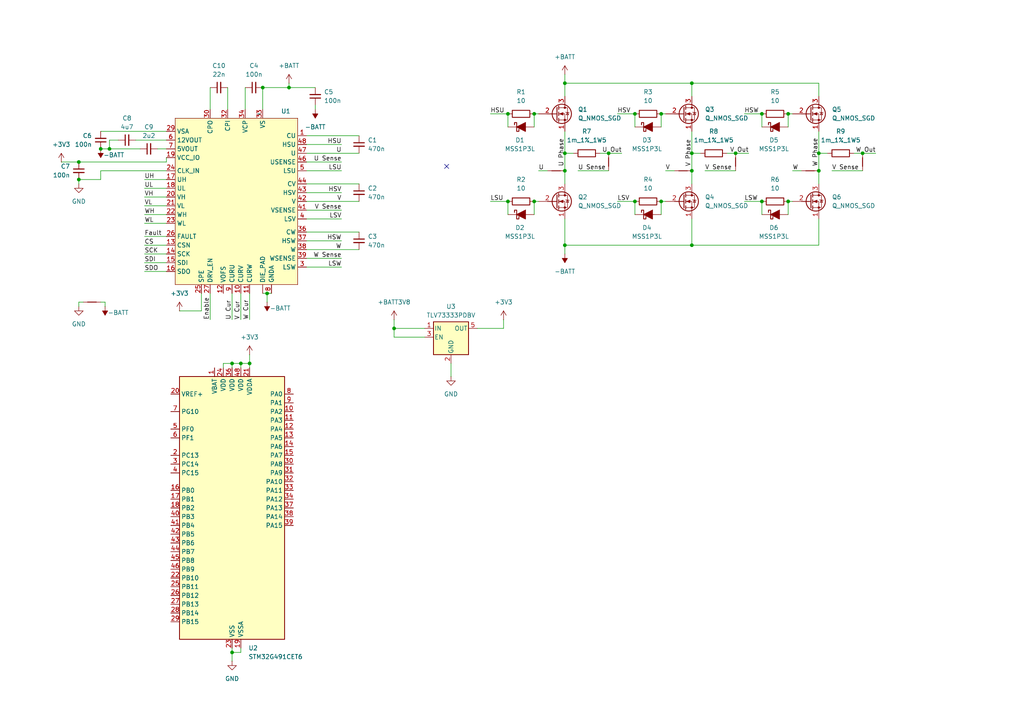
<source format=kicad_sch>
(kicad_sch (version 20231120) (generator "eeschema") (generator_version "8.0")
  (paper "A4")
  (lib_symbols
    (symbol "Brushless ESC:TMC6200"
      (property "Reference" "U" (at 0 0 0))
      (symbol "TMC6200_1_1"
        (rectangle (start -17.78 24.13) (end 17.78 -24.13) (fill (type background)))
        (pin passive line (at 7.62 -26.67 90) (length 2.54) (name "DIE_PAD") (number ""))
        (pin bidirectional line (at 20.32 19.05 180) (length 2.54) (name "CU") (number "1"))
        (pin output line (at 1.27 -26.67 90) (length 2.54) (name "CURV") (number "10"))
        (pin output line (at 3.81 -26.67 90) (length 2.54) (name "CURW") (number "11"))
        (pin input line (at -3.81 -26.67 90) (length 2.54) (name "VOFS") (number "12"))
        (pin input line (at -20.32 -12.7 0) (length 2.54) (name "CSN") (number "13"))
        (pin input line (at -20.32 -15.24 0) (length 2.54) (name "SCK") (number "14"))
        (pin input line (at -20.32 -17.78 0) (length 2.54) (name "SDI") (number "15"))
        (pin output line (at -20.32 -20.32 0) (length 2.54) (name "SDO") (number "16"))
        (pin input line (at -20.32 6.35 0) (length 2.54) (name "UH") (number "17"))
        (pin input line (at -20.32 3.81 0) (length 2.54) (name "UL") (number "18"))
        (pin power_in line (at -20.32 12.7 0) (length 2.54) (name "VCC_IO") (number "19"))
        (pin input line (at -20.32 1.27 0) (length 2.54) (name "VH") (number "20"))
        (pin input line (at -20.32 -1.27 0) (length 2.54) (name "VL") (number "21"))
        (pin input line (at -20.32 -3.81 0) (length 2.54) (name "WH") (number "22"))
        (pin input line (at -20.32 -6.35 0) (length 2.54) (name "WL") (number "23"))
        (pin input line (at -20.32 8.89 0) (length 2.54) (name "CLK_IN") (number "24"))
        (pin input line (at -10.16 -26.67 90) (length 2.54) (name "SPE") (number "25"))
        (pin output line (at -20.32 -10.16 0) (length 2.54) (name "FAULT") (number "26"))
        (pin input line (at -7.62 -26.67 90) (length 2.54) (name "DRV_EN") (number "27"))
        (pin power_in line (at -20.32 20.32 0) (length 2.54) (name "VSA") (number "29"))
        (pin output line (at 20.32 -19.05 180) (length 2.54) (name "LSW") (number "3"))
        (pin bidirectional line (at -7.62 26.67 270) (length 2.54) (name "CPO") (number "30"))
        (pin bidirectional line (at -2.54 26.67 270) (length 2.54) (name "CPI") (number "32"))
        (pin power_in line (at 7.62 26.67 270) (length 2.54) (name "VS") (number "33"))
        (pin bidirectional line (at 2.54 26.67 270) (length 2.54) (name "VCP") (number "34"))
        (pin bidirectional line (at 20.32 -8.89 180) (length 2.54) (name "CW") (number "36"))
        (pin output line (at 20.32 -11.43 180) (length 2.54) (name "HSW") (number "37"))
        (pin input line (at 20.32 -13.97 180) (length 2.54) (name "W") (number "38"))
        (pin input line (at 20.32 -16.51 180) (length 2.54) (name "WSENSE") (number "39"))
        (pin output line (at 20.32 -5.08 180) (length 2.54) (name "LSV") (number "4"))
        (pin input line (at 20.32 -2.54 180) (length 2.54) (name "VSENSE") (number "41"))
        (pin input line (at 20.32 0 180) (length 2.54) (name "V") (number "42"))
        (pin output line (at 20.32 2.54 180) (length 2.54) (name "HSV") (number "43"))
        (pin bidirectional line (at 20.32 5.08 180) (length 2.54) (name "CV") (number "44"))
        (pin input line (at 20.32 11.43 180) (length 2.54) (name "USENSE") (number "46"))
        (pin input line (at 20.32 13.97 180) (length 2.54) (name "U") (number "47"))
        (pin output line (at 20.32 16.51 180) (length 2.54) (name "HSU") (number "48"))
        (pin output line (at 20.32 8.89 180) (length 2.54) (name "LSU") (number "5"))
        (pin power_out line (at -20.32 17.78 0) (length 2.54) (name "12VOUT") (number "6"))
        (pin power_out line (at -20.32 15.24 0) (length 2.54) (name "5VOUT") (number "7"))
        (pin power_in line (at 10.16 -26.67 90) (length 2.54) (name "GNDA") (number "8"))
        (pin output line (at -1.27 -26.67 90) (length 2.54) (name "CURU") (number "9"))
      )
    )
    (symbol "Device:C_Small" (pin_numbers hide) (pin_names (offset 0.254) hide)
      (property "Reference" "C" (at 0.254 1.778 0))
      (property "Value" "C_Small" (at 0.254 -2.032 0))
      (symbol "C_Small_0_1"
        (polyline (pts (xy -1.524 -0.508) (xy 1.524 -0.508)) (stroke (width 0.3302)))
        (polyline (pts (xy -1.524 0.508) (xy 1.524 0.508)) (stroke (width 0.3048)))
      )
      (symbol "C_Small_1_1"
        (pin passive line (at 0 2.54 270) (length 2.032) (name "~") (number "1"))
        (pin passive line (at 0 -2.54 90) (length 2.032) (name "~") (number "2"))
      )
    )
    (symbol "Device:D_Schottky_Filled" (pin_numbers hide) (pin_names (offset 1.016) hide)
      (property "Reference" "D" (at 0 2.54 0))
      (property "Value" "D_Schottky_Filled" (at 0 -2.54 0))
      (symbol "D_Schottky_Filled_0_1"
        (polyline (pts (xy 1.27 0) (xy -1.27 0)))
        (polyline (pts (xy 1.27 1.27) (xy 1.27 -1.27) (xy -1.27 0) (xy 1.27 1.27)) (stroke (width 0.254)) (fill (type outline)))
        (polyline (pts (xy -1.905 0.635) (xy -1.905 1.27) (xy -1.27 1.27) (xy -1.27 -1.27) (xy -0.635 -1.27) (xy -0.635 -0.635)) (stroke (width 0.254)))
      )
      (symbol "D_Schottky_Filled_1_1"
        (pin passive line (at -3.81 0 0) (length 2.54) (name "K") (number "1"))
        (pin passive line (at 3.81 0 180) (length 2.54) (name "A") (number "2"))
      )
    )
    (symbol "Device:NetTie_2" (pin_numbers hide) (pin_names (offset 0) hide) (in_bom no)
      (property "Reference" "NT" (at 0 1.27 0))
      (property "Value" "NetTie_2" (at 0 -1.27 0))
      (symbol "NetTie_2_0_1"
        (polyline (pts (xy -1.27 0) (xy 1.27 0)) (stroke (width 0.254)))
      )
      (symbol "NetTie_2_1_1"
        (pin passive line (at -2.54 0 0) (length 2.54) (name "1") (number "1"))
        (pin passive line (at 2.54 0 180) (length 2.54) (name "2") (number "2"))
      )
    )
    (symbol "Device:Q_NMOS_SGD" (pin_names (offset 0) hide)
      (property "Reference" "Q" (at 5.08 1.27 0))
      (property "Value" "Q_NMOS_SGD" (at 5.08 -1.27 0))
      (symbol "Q_NMOS_SGD_0_1"
        (polyline (pts (xy 0.254 0) (xy -2.54 0)))
        (polyline (pts (xy 0.254 1.905) (xy 0.254 -1.905)) (stroke (width 0.254)))
        (polyline (pts (xy 0.762 -1.27) (xy 0.762 -2.286)) (stroke (width 0.254)))
        (polyline (pts (xy 0.762 0.508) (xy 0.762 -0.508)) (stroke (width 0.254)))
        (polyline (pts (xy 0.762 2.286) (xy 0.762 1.27)) (stroke (width 0.254)))
        (polyline (pts (xy 2.54 2.54) (xy 2.54 1.778)))
        (polyline (pts (xy 2.54 -2.54) (xy 2.54 0) (xy 0.762 0)))
        (polyline (pts (xy 0.762 -1.778) (xy 3.302 -1.778) (xy 3.302 1.778) (xy 0.762 1.778)))
        (polyline (pts (xy 1.016 0) (xy 2.032 0.381) (xy 2.032 -0.381) (xy 1.016 0)) (fill (type outline)))
        (polyline (pts (xy 2.794 0.508) (xy 2.921 0.381) (xy 3.683 0.381) (xy 3.81 0.254)))
        (polyline (pts (xy 3.302 0.381) (xy 2.921 -0.254) (xy 3.683 -0.254) (xy 3.302 0.381)))
        (circle (center 1.651 0) (radius 2.794) (stroke (width 0.254)))
        (circle (center 2.54 -1.778) (radius 0.254) (fill (type outline)))
        (circle (center 2.54 1.778) (radius 0.254) (fill (type outline)))
      )
      (symbol "Q_NMOS_SGD_1_1"
        (pin passive line (at 2.54 -5.08 90) (length 2.54) (name "S") (number "1"))
        (pin input line (at -5.08 0 0) (length 5.08) (name "G") (number "2"))
        (pin passive line (at 2.54 5.08 270) (length 2.54) (name "D") (number "3"))
      )
    )
    (symbol "Device:R" (pin_numbers hide) (pin_names (offset 0))
      (property "Reference" "R" (at 2.032 0 90))
      (property "Value" "R" (at 0 0 90))
      (symbol "R_0_1"
        (rectangle (start -1.016 -2.54) (end 1.016 2.54) (stroke (width 0.254)))
      )
      (symbol "R_1_1"
        (pin passive line (at 0 3.81 270) (length 1.27) (name "~") (number "1"))
        (pin passive line (at 0 -3.81 90) (length 1.27) (name "~") (number "2"))
      )
    )
    (symbol "MCU_ST_STM32G4:STM32G491CETx"
      (property "Reference" "U" (at -15.24 39.37 0))
      (property "Value" "STM32G491CETx" (at 7.62 39.37 0))
      (symbol "STM32G491CETx_0_1"
        (rectangle (start -15.24 -38.1) (end 15.24 38.1) (stroke (width 0.254)) (fill (type background)))
      )
      (symbol "STM32G491CETx_1_1"
        (pin power_in line (at -5.08 40.64 270) (length 2.54) (name "VBAT") (number "1"))
        (pin bidirectional line (at 17.78 27.94 180) (length 2.54) (name "PA2") (number "10"))
        (pin bidirectional line (at 17.78 25.4 180) (length 2.54) (name "PA3") (number "11"))
        (pin bidirectional line (at 17.78 22.86 180) (length 2.54) (name "PA4") (number "12"))
        (pin bidirectional line (at 17.78 20.32 180) (length 2.54) (name "PA5") (number "13"))
        (pin bidirectional line (at 17.78 17.78 180) (length 2.54) (name "PA6") (number "14"))
        (pin bidirectional line (at 17.78 15.24 180) (length 2.54) (name "PA7") (number "15"))
        (pin bidirectional line (at -17.78 5.08 0) (length 2.54) (name "PB0") (number "16"))
        (pin bidirectional line (at -17.78 2.54 0) (length 2.54) (name "PB1") (number "17"))
        (pin bidirectional line (at -17.78 0 0) (length 2.54) (name "PB2") (number "18"))
        (pin power_in line (at 2.54 -40.64 90) (length 2.54) (name "VSSA") (number "19"))
        (pin bidirectional line (at -17.78 15.24 0) (length 2.54) (name "PC13") (number "2"))
        (pin input line (at -17.78 33.02 0) (length 2.54) (name "VREF+") (number "20"))
        (pin power_in line (at 5.08 40.64 270) (length 2.54) (name "VDDA") (number "21"))
        (pin bidirectional line (at -17.78 -20.32 0) (length 2.54) (name "PB10") (number "22"))
        (pin power_in line (at 0 -40.64 90) (length 2.54) (name "VSS") (number "23"))
        (pin power_in line (at -2.54 40.64 270) (length 2.54) (name "VDD") (number "24"))
        (pin bidirectional line (at -17.78 -22.86 0) (length 2.54) (name "PB11") (number "25"))
        (pin bidirectional line (at -17.78 -25.4 0) (length 2.54) (name "PB12") (number "26"))
        (pin bidirectional line (at -17.78 -27.94 0) (length 2.54) (name "PB13") (number "27"))
        (pin bidirectional line (at -17.78 -30.48 0) (length 2.54) (name "PB14") (number "28"))
        (pin bidirectional line (at -17.78 -33.02 0) (length 2.54) (name "PB15") (number "29"))
        (pin bidirectional line (at -17.78 12.7 0) (length 2.54) (name "PC14") (number "3"))
        (pin bidirectional line (at 17.78 12.7 180) (length 2.54) (name "PA8") (number "30"))
        (pin bidirectional line (at 17.78 10.16 180) (length 2.54) (name "PA9") (number "31"))
        (pin bidirectional line (at 17.78 7.62 180) (length 2.54) (name "PA10") (number "32"))
        (pin bidirectional line (at 17.78 5.08 180) (length 2.54) (name "PA11") (number "33"))
        (pin bidirectional line (at 17.78 2.54 180) (length 2.54) (name "PA12") (number "34"))
        (pin passive line (at 0 -40.64 90) (length 2.54) hide (name "VSS") (number "35"))
        (pin power_in line (at 0 40.64 270) (length 2.54) (name "VDD") (number "36"))
        (pin bidirectional line (at 17.78 0 180) (length 2.54) (name "PA13") (number "37"))
        (pin bidirectional line (at 17.78 -2.54 180) (length 2.54) (name "PA14") (number "38"))
        (pin bidirectional line (at 17.78 -5.08 180) (length 2.54) (name "PA15") (number "39"))
        (pin bidirectional line (at -17.78 10.16 0) (length 2.54) (name "PC15") (number "4"))
        (pin bidirectional line (at -17.78 -2.54 0) (length 2.54) (name "PB3") (number "40"))
        (pin bidirectional line (at -17.78 -5.08 0) (length 2.54) (name "PB4") (number "41"))
        (pin bidirectional line (at -17.78 -7.62 0) (length 2.54) (name "PB5") (number "42"))
        (pin bidirectional line (at -17.78 -10.16 0) (length 2.54) (name "PB6") (number "43"))
        (pin bidirectional line (at -17.78 -12.7 0) (length 2.54) (name "PB7") (number "44"))
        (pin bidirectional line (at -17.78 -15.24 0) (length 2.54) (name "PB8") (number "45"))
        (pin bidirectional line (at -17.78 -17.78 0) (length 2.54) (name "PB9") (number "46"))
        (pin passive line (at 0 -40.64 90) (length 2.54) hide (name "VSS") (number "47"))
        (pin power_in line (at 2.54 40.64 270) (length 2.54) (name "VDD") (number "48"))
        (pin bidirectional line (at -17.78 22.86 0) (length 2.54) (name "PF0") (number "5"))
        (pin bidirectional line (at -17.78 20.32 0) (length 2.54) (name "PF1") (number "6"))
        (pin bidirectional line (at -17.78 27.94 0) (length 2.54) (name "PG10") (number "7"))
        (pin bidirectional line (at 17.78 33.02 180) (length 2.54) (name "PA0") (number "8"))
        (pin bidirectional line (at 17.78 30.48 180) (length 2.54) (name "PA1") (number "9"))
      )
    )
    (symbol "Regulator_Linear:TLV73333PDBV" (pin_names (offset 0.254))
      (property "Reference" "U" (at -3.81 5.715 0))
      (property "Value" "TLV73333PDBV" (at 0 5.715 0))
      (symbol "TLV73333PDBV_0_1"
        (rectangle (start -5.08 4.445) (end 5.08 -5.08) (stroke (width 0.254)) (fill (type background)))
      )
      (symbol "TLV73333PDBV_1_1"
        (pin power_in line (at -7.62 2.54 0) (length 2.54) (name "IN") (number "1"))
        (pin power_in line (at 0 -7.62 90) (length 2.54) (name "GND") (number "2"))
        (pin input line (at -7.62 0 0) (length 2.54) (name "EN") (number "3"))
        (pin no_connect line (at 5.08 0 180) (length 2.54) hide (name "NC") (number "4"))
        (pin power_out line (at 7.62 2.54 180) (length 2.54) (name "OUT") (number "5"))
      )
    )
    (symbol "power:+3V3" (power) (pin_numbers hide) (pin_names (offset 0) hide)
      (property "Value" "+3V3" (at 0 3.556 0))
      (symbol "+3V3_0_1"
        (polyline (pts (xy -0.762 1.27) (xy 0 2.54)))
        (polyline (pts (xy 0 0) (xy 0 2.54)))
        (polyline (pts (xy 0 2.54) (xy 0.762 1.27)))
      )
      (symbol "+3V3_1_1"
        (pin power_in line (at 0 0 90) (length 0) (name "~") (number "1"))
      )
    )
    (symbol "power:+BATT" (power) (pin_numbers hide) (pin_names (offset 0) hide)
      (property "Value" "+BATT" (at 0 3.556 0))
      (symbol "+BATT_0_1"
        (polyline (pts (xy -0.762 1.27) (xy 0 2.54)))
        (polyline (pts (xy 0 0) (xy 0 2.54)))
        (polyline (pts (xy 0 2.54) (xy 0.762 1.27)))
      )
      (symbol "+BATT_1_1"
        (pin power_in line (at 0 0 90) (length 0) (name "~") (number "1"))
      )
    )
    (symbol "power:-BATT" (power) (pin_numbers hide) (pin_names (offset 0) hide)
      (property "Value" "-BATT" (at 0 3.556 0))
      (symbol "-BATT_0_1"
        (polyline (pts (xy 0 0) (xy 0 2.54)))
        (polyline (pts (xy 0.762 1.27) (xy -0.762 1.27) (xy 0 2.54) (xy 0.762 1.27)) (fill (type outline)))
      )
      (symbol "-BATT_1_1"
        (pin power_in line (at 0 0 90) (length 0) (name "~") (number "1"))
      )
    )
    (symbol "power:GND" (power) (pin_numbers hide) (pin_names (offset 0) hide)
      (property "Value" "GND" (at 0 -3.81 0))
      (symbol "GND_0_1"
        (polyline (pts (xy 0 0) (xy 0 -1.27) (xy 1.27 -1.27) (xy 0 -2.54) (xy -1.27 -1.27) (xy 0 -1.27)))
      )
      (symbol "GND_1_1"
        (pin power_in line (at 0 0 270) (length 0) (name "~") (number "1"))
      )
    )
  )
  (junction (at 228.6 33.02))
  (junction (at 213.36 44.45))
  (junction (at 67.31 105.41))
  (junction (at 22.86 46.99))
  (junction (at 176.53 44.45))
  (junction (at 184.15 58.42))
  (junction (at 77.47 85.09))
  (junction (at 191.77 58.42))
  (junction (at 147.32 58.42))
  (junction (at 184.15 33.02))
  (junction (at 163.83 44.45))
  (junction (at 147.32 33.02))
  (junction (at 220.98 58.42))
  (junction (at 31.75 43.18))
  (junction (at 72.39 105.41))
  (junction (at 67.31 189.23))
  (junction (at 237.49 49.53))
  (junction (at 163.83 71.12))
  (junction (at 154.94 58.42))
  (junction (at 200.66 49.53))
  (junction (at 200.66 24.13))
  (junction (at 250.19 44.45))
  (junction (at 22.86 52.07))
  (junction (at 69.85 105.41))
  (junction (at 83.82 25.4))
  (junction (at 163.83 49.53))
  (junction (at 237.49 44.45))
  (junction (at 29.21 43.18))
  (junction (at 114.3 95.25))
  (junction (at 200.66 71.12))
  (junction (at 228.6 58.42))
  (junction (at 76.2 25.4))
  (junction (at 163.83 24.13))
  (junction (at 154.94 33.02))
  (junction (at 220.98 33.02))
  (junction (at 191.77 33.02))
  (junction (at 200.66 44.45))
  (no_connect (at 129.54 48.26))
  (wire (pts (xy 76.2 25.4) (xy 83.82 25.4)))
  (wire (pts (xy 77.47 85.09) (xy 77.47 87.63)))
  (wire (pts (xy 31.75 43.18) (xy 40.64 43.18)))
  (wire (pts (xy 163.83 44.45) (xy 163.83 49.53)))
  (wire (pts (xy 114.3 95.25) (xy 123.19 95.25)))
  (wire (pts (xy 72.39 102.87) (xy 72.39 105.41)))
  (wire (pts (xy 88.9 67.31) (xy 104.14 67.31)))
  (wire (pts (xy 69.85 85.09) (xy 69.85 92.71)))
  (wire (pts (xy 41.91 68.58) (xy 48.26 68.58)))
  (wire (pts (xy 83.82 24.13) (xy 83.82 25.4)))
  (wire (pts (xy 241.3 49.53) (xy 250.19 49.53)))
  (wire (pts (xy 237.49 44.45) (xy 240.03 44.45)))
  (wire (pts (xy 29.21 38.1) (xy 48.26 38.1)))
  (wire (pts (xy 163.83 38.1) (xy 163.83 44.45)))
  (wire (pts (xy 22.86 46.99) (xy 48.26 46.99)))
  (wire (pts (xy 163.83 21.59) (xy 163.83 24.13)))
  (wire (pts (xy 220.98 58.42) (xy 220.98 62.23)))
  (wire (pts (xy 69.85 187.96) (xy 69.85 189.23)))
  (wire (pts (xy 67.31 189.23) (xy 67.31 191.77)))
  (wire (pts (xy 123.19 97.79) (xy 114.3 97.79)))
  (wire (pts (xy 163.83 71.12) (xy 200.66 71.12)))
  (wire (pts (xy 64.77 105.41) (xy 64.77 106.68)))
  (wire (pts (xy 72.39 105.41) (xy 69.85 105.41)))
  (wire (pts (xy 228.6 58.42) (xy 229.87 58.42)))
  (wire (pts (xy 237.49 44.45) (xy 237.49 49.53)))
  (wire (pts (xy 200.66 24.13) (xy 200.66 27.94)))
  (wire (pts (xy 237.49 49.53) (xy 237.49 53.34)))
  (wire (pts (xy 200.66 71.12) (xy 237.49 71.12)))
  (wire (pts (xy 173.99 44.45) (xy 176.53 44.45)))
  (wire (pts (xy 29.21 87.63) (xy 30.48 87.63)))
  (wire (pts (xy 191.77 33.02) (xy 191.77 36.83)))
  (wire (pts (xy 179.07 58.42) (xy 184.15 58.42)))
  (wire (pts (xy 58.42 90.17) (xy 52.07 90.17)))
  (wire (pts (xy 228.6 33.02) (xy 228.6 36.83)))
  (wire (pts (xy 91.44 30.48) (xy 91.44 31.75)))
  (wire (pts (xy 88.9 72.39) (xy 104.14 72.39)))
  (wire (pts (xy 88.9 53.34) (xy 104.14 53.34)))
  (wire (pts (xy 200.66 44.45) (xy 203.2 44.45)))
  (wire (pts (xy 184.15 33.02) (xy 184.15 36.83)))
  (wire (pts (xy 41.91 78.74) (xy 48.26 78.74)))
  (wire (pts (xy 76.2 85.09) (xy 77.47 85.09)))
  (wire (pts (xy 200.66 24.13) (xy 237.49 24.13)))
  (wire (pts (xy 30.48 87.63) (xy 30.48 88.9)))
  (wire (pts (xy 60.96 25.4) (xy 60.96 31.75)))
  (wire (pts (xy 130.81 105.41) (xy 130.81 109.22)))
  (wire (pts (xy 41.91 54.61) (xy 48.26 54.61)))
  (wire (pts (xy 114.3 92.71) (xy 114.3 95.25)))
  (wire (pts (xy 114.3 97.79) (xy 114.3 95.25)))
  (wire (pts (xy 60.96 85.09) (xy 60.96 92.71)))
  (wire (pts (xy 250.19 44.45) (xy 247.65 44.45)))
  (wire (pts (xy 200.66 49.53) (xy 200.66 53.34)))
  (wire (pts (xy 88.9 77.47) (xy 99.06 77.47)))
  (wire (pts (xy 204.47 49.53) (xy 213.36 49.53)))
  (wire (pts (xy 193.04 49.53) (xy 195.58 49.53)))
  (wire (pts (xy 22.86 53.34) (xy 22.86 52.07)))
  (wire (pts (xy 29.21 43.18) (xy 31.75 43.18)))
  (wire (pts (xy 67.31 105.41) (xy 67.31 106.68)))
  (wire (pts (xy 41.91 52.07) (xy 48.26 52.07)))
  (wire (pts (xy 41.91 71.12) (xy 48.26 71.12)))
  (wire (pts (xy 163.83 71.12) (xy 163.83 73.66)))
  (wire (pts (xy 146.05 95.25) (xy 146.05 92.71)))
  (wire (pts (xy 41.91 59.69) (xy 48.26 59.69)))
  (wire (pts (xy 147.32 58.42) (xy 147.32 62.23)))
  (wire (pts (xy 237.49 71.12) (xy 237.49 63.5)))
  (wire (pts (xy 71.12 25.4) (xy 71.12 31.75)))
  (wire (pts (xy 67.31 85.09) (xy 67.31 92.71)))
  (wire (pts (xy 72.39 105.41) (xy 72.39 106.68)))
  (wire (pts (xy 41.91 76.2) (xy 48.26 76.2)))
  (wire (pts (xy 88.9 49.53) (xy 99.06 49.53)))
  (wire (pts (xy 156.21 49.53) (xy 158.75 49.53)))
  (wire (pts (xy 41.91 62.23) (xy 48.26 62.23)))
  (wire (pts (xy 215.9 33.02) (xy 220.98 33.02)))
  (wire (pts (xy 39.37 40.64) (xy 48.26 40.64)))
  (wire (pts (xy 88.9 69.85) (xy 99.06 69.85)))
  (wire (pts (xy 88.9 46.99) (xy 99.06 46.99)))
  (wire (pts (xy 88.9 74.93) (xy 99.06 74.93)))
  (wire (pts (xy 72.39 85.09) (xy 72.39 92.71)))
  (wire (pts (xy 215.9 58.42) (xy 220.98 58.42)))
  (wire (pts (xy 229.87 49.53) (xy 232.41 49.53)))
  (wire (pts (xy 66.04 25.4) (xy 66.04 31.75)))
  (wire (pts (xy 138.43 95.25) (xy 146.05 95.25)))
  (wire (pts (xy 228.6 58.42) (xy 228.6 62.23)))
  (wire (pts (xy 163.83 27.94) (xy 163.83 24.13)))
  (wire (pts (xy 200.66 44.45) (xy 200.66 49.53)))
  (wire (pts (xy 163.83 24.13) (xy 200.66 24.13)))
  (wire (pts (xy 41.91 57.15) (xy 48.26 57.15)))
  (wire (pts (xy 220.98 33.02) (xy 220.98 36.83)))
  (wire (pts (xy 48.26 49.53) (xy 29.21 49.53)))
  (wire (pts (xy 67.31 187.96) (xy 67.31 189.23)))
  (wire (pts (xy 29.21 52.07) (xy 22.86 52.07)))
  (wire (pts (xy 17.78 46.99) (xy 22.86 46.99)))
  (wire (pts (xy 67.31 105.41) (xy 64.77 105.41)))
  (wire (pts (xy 29.21 49.53) (xy 29.21 52.07)))
  (wire (pts (xy 48.26 46.99) (xy 48.26 45.72)))
  (wire (pts (xy 200.66 63.5) (xy 200.66 71.12)))
  (wire (pts (xy 237.49 24.13) (xy 237.49 27.94)))
  (wire (pts (xy 154.94 58.42) (xy 156.21 58.42)))
  (wire (pts (xy 41.91 64.77) (xy 48.26 64.77)))
  (wire (pts (xy 77.47 85.09) (xy 78.74 85.09)))
  (wire (pts (xy 154.94 33.02) (xy 156.21 33.02)))
  (wire (pts (xy 163.83 63.5) (xy 163.83 71.12)))
  (wire (pts (xy 154.94 33.02) (xy 154.94 36.83)))
  (wire (pts (xy 191.77 58.42) (xy 191.77 62.23)))
  (wire (pts (xy 213.36 44.45) (xy 217.17 44.45)))
  (wire (pts (xy 228.6 33.02) (xy 229.87 33.02)))
  (wire (pts (xy 147.32 33.02) (xy 147.32 36.83)))
  (wire (pts (xy 154.94 58.42) (xy 154.94 62.23)))
  (wire (pts (xy 88.9 55.88) (xy 99.06 55.88)))
  (wire (pts (xy 88.9 39.37) (xy 104.14 39.37)))
  (wire (pts (xy 76.2 25.4) (xy 76.2 31.75)))
  (wire (pts (xy 237.49 38.1) (xy 237.49 44.45)))
  (wire (pts (xy 167.64 49.53) (xy 176.53 49.53)))
  (wire (pts (xy 58.42 85.09) (xy 58.42 90.17)))
  (wire (pts (xy 176.53 44.45) (xy 180.34 44.45)))
  (wire (pts (xy 163.83 44.45) (xy 166.37 44.45)))
  (wire (pts (xy 69.85 189.23) (xy 67.31 189.23)))
  (wire (pts (xy 34.29 40.64) (xy 31.75 40.64)))
  (wire (pts (xy 179.07 33.02) (xy 184.15 33.02)))
  (wire (pts (xy 88.9 44.45) (xy 104.14 44.45)))
  (wire (pts (xy 41.91 73.66) (xy 48.26 73.66)))
  (wire (pts (xy 22.86 87.63) (xy 24.13 87.63)))
  (wire (pts (xy 191.77 33.02) (xy 193.04 33.02)))
  (wire (pts (xy 69.85 105.41) (xy 67.31 105.41)))
  (wire (pts (xy 88.9 60.96) (xy 99.06 60.96)))
  (wire (pts (xy 22.86 88.9) (xy 22.86 87.63)))
  (wire (pts (xy 31.75 40.64) (xy 31.75 43.18)))
  (wire (pts (xy 184.15 58.42) (xy 184.15 62.23)))
  (wire (pts (xy 88.9 58.42) (xy 104.14 58.42)))
  (wire (pts (xy 88.9 63.5) (xy 99.06 63.5)))
  (wire (pts (xy 88.9 41.91) (xy 99.06 41.91)))
  (wire (pts (xy 45.72 43.18) (xy 48.26 43.18)))
  (wire (pts (xy 142.24 33.02) (xy 147.32 33.02)))
  (wire (pts (xy 142.24 58.42) (xy 147.32 58.42)))
  (wire (pts (xy 250.19 44.45) (xy 254 44.45)))
  (wire (pts (xy 163.83 49.53) (xy 163.83 53.34)))
  (wire (pts (xy 210.82 44.45) (xy 213.36 44.45)))
  (wire (pts (xy 69.85 105.41) (xy 69.85 106.68)))
  (wire (pts (xy 200.66 38.1) (xy 200.66 44.45)))
  (wire (pts (xy 83.82 25.4) (xy 91.44 25.4)))
  (wire (pts (xy 191.77 58.42) (xy 193.04 58.42)))
  (label "LSV" (at 99.06 63.5 180))
  (label "Enable" (at 60.96 92.71 90))
  (label "V Sense" (at 99.06 60.96 180))
  (label "HSU" (at 142.24 33.02 0))
  (label "V" (at 193.04 49.53 0))
  (label "V Sense" (at 204.47 49.53 0))
  (label "HSW" (at 99.06 69.85 180))
  (label "UL" (at 41.91 54.61 0))
  (label "CS" (at 41.91 71.12 0))
  (label "U" (at 99.06 44.45 180))
  (label "LSU" (at 142.24 58.42 0))
  (label "V Out" (at 217.17 44.45 180))
  (label "WH" (at 41.91 62.23 0))
  (label "HSW" (at 215.9 33.02 0))
  (label "VL" (at 41.91 59.69 0))
  (label "HSV" (at 99.06 55.88 180))
  (label "LSW" (at 99.06 77.47 180))
  (label "V Phase" (at 200.66 48.26 90))
  (label "W Out" (at 254 44.45 180))
  (label "WL" (at 41.91 64.77 0))
  (label "W Phase" (at 237.49 48.26 90))
  (label "V Sense" (at 241.3 49.53 0))
  (label "UH" (at 41.91 52.07 0))
  (label "W" (at 99.06 72.39 180))
  (label "U" (at 156.21 49.53 0))
  (label "LSU" (at 99.06 49.53 180))
  (label "U Out" (at 180.34 44.45 180))
  (label "LSV" (at 179.07 58.42 0))
  (label "VH" (at 41.91 57.15 0))
  (label "V Cur" (at 69.85 92.71 90))
  (label "W Sense" (at 99.06 74.93 180))
  (label "U Phase" (at 163.83 48.26 90))
  (label "U Sense" (at 99.06 46.99 180))
  (label "SCK" (at 41.91 73.66 0))
  (label "HSV" (at 179.07 33.02 0))
  (label "W Cur" (at 72.39 92.71 90))
  (label "Fault" (at 41.91 68.58 0))
  (label "U Sense" (at 167.64 49.53 0))
  (label "LSW" (at 215.9 58.42 0))
  (label "SDO" (at 41.91 78.74 0))
  (label "SDI" (at 41.91 76.2 0))
  (label "V" (at 99.06 58.42 180))
  (label "U Cur" (at 67.31 92.71 90))
  (label "W" (at 229.87 49.53 0))
  (label "HSU" (at 99.06 41.91 180))
  (symbol (lib_id "power:+BATT") (at 83.82 24.13 0) (unit 1)
    (property "Reference" "#PWR3" (effects (hide yes)))
    (property "Value" "+BATT" (at 83.82 19.05 0))
    (property "Description" "Power symbol creates a global label with name \"+BATT\"" (effects (hide yes)))
  )
  (symbol (lib_id "power:+3V3") (at 52.07 90.17 0) (unit 1)
    (property "Reference" "#PWR8" (effects (hide yes)))
    (property "Value" "+3V3" (at 52.07 85.09 0))
    (property "Description" "Power symbol creates a global label with name \"+3V3\"" (effects (hide yes)))
  )
  (symbol (lib_id "Device:R") (at 187.96 58.42 90) (unit 1)
    (property "Reference" "R4" (at 187.96 52.07 90))
    (property "Value" "10" (at 187.96 54.61 90))
    (property "Footprint" "Resistor_SMD:R_0402_1005Metric_Pad0.72x0.64mm_HandSolder" (effects (hide yes)))
    (property "Description" "Resistor" (effects (hide yes)))
  )
  (symbol (lib_id "power:GND") (at 22.86 53.34 0) (unit 1)
    (property "Reference" "#PWR9" (effects (hide yes)))
    (property "Value" "GND" (at 22.86 58.42 0))
    (property "Description" "Power symbol creates a global label with name \"GND\" , ground" (effects (hide yes)))
  )
  (symbol (lib_id "Device:C_Small") (at 29.21 40.64 180) (unit 1)
    (property "Reference" "C6" (at 26.67 39.3635 0) (effects (justify left)))
    (property "Value" "100n" (at 26.67 41.9035 0) (effects (justify left)))
    (property "Footprint" "Capacitor_SMD:C_0805_2012Metric_Pad1.18x1.45mm_HandSolder" (effects (hide yes)))
    (property "Description" "Unpolarized capacitor, small symbol" (effects (hide yes)))
  )
  (symbol (lib_id "power:+3V3") (at 17.78 46.99 0) (unit 1)
    (property "Reference" "#PWR7" (effects (hide yes)))
    (property "Value" "+3V3" (at 17.78 41.91 0))
    (property "Description" "Power symbol creates a global label with name \"+3V3\"" (effects (hide yes)))
  )
  (symbol (lib_id "Device:NetTie_2") (at 198.12 49.53 180) (unit 1) (in_bom no)
    (property "Reference" "NT3" (effects (hide yes)))
    (property "Value" "NetTie_2" (effects (hide yes)))
    (property "Description" "Net tie, 2 pins" (effects (hide yes)))
  )
  (symbol (lib_id "Device:C_Small") (at 22.86 49.53 0) (unit 1)
    (property "Reference" "C7" (at 20.32 48.2662 0) (effects (justify right)))
    (property "Value" "100n" (at 20.32 50.8062 0) (effects (justify right)))
    (property "Footprint" "Capacitor_SMD:C_0805_2012Metric_Pad1.18x1.45mm_HandSolder" (effects (hide yes)))
    (property "Description" "Unpolarized capacitor, small symbol" (effects (hide yes)))
  )
  (symbol (lib_id "Device:R") (at 207.01 44.45 90) (unit 1)
    (property "Reference" "R8" (at 207.01 38.1 90))
    (property "Value" "1m_1%_1W5" (at 207.01 40.64 90))
    (property "Footprint" "Resistor_SMD:R_2010_5025Metric_Pad1.40x2.65mm_HandSolder" (effects (hide yes)))
    (property "Description" "Resistor" (effects (hide yes)))
  )
  (symbol (lib_id "Device:C_Small") (at 36.83 40.64 90) (unit 1)
    (property "Reference" "C8" (at 36.8363 34.29 90))
    (property "Value" "4u7" (at 36.8363 36.83 90))
    (property "Footprint" "Capacitor_SMD:C_0603_1608Metric_Pad1.08x0.95mm_HandSolder" (effects (hide yes)))
    (property "Description" "Unpolarized capacitor, small symbol" (effects (hide yes)))
  )
  (symbol (lib_id "Device:Q_NMOS_SGD") (at 198.12 33.02 0) (unit 1)
    (property "Reference" "Q3" (at 204.47 31.7499 0) (effects (justify left)))
    (property "Value" "Q_NMOS_SGD" (at 204.47 34.2899 0) (effects (justify left)))
    (property "Description" "N-MOSFET transistor, source/gate/drain" (effects (hide yes)))
  )
  (symbol (lib_id "Device:NetTie_2") (at 161.29 49.53 180) (unit 1) (in_bom no)
    (property "Reference" "NT1" (effects (hide yes)))
    (property "Value" "NetTie_2" (effects (hide yes)))
    (property "Description" "Net tie, 2 pins" (effects (hide yes)))
  )
  (symbol (lib_id "power:+3V3") (at 146.05 92.71 0) (unit 1)
    (property "Reference" "#PWR13" (effects (hide yes)))
    (property "Value" "+3V3" (at 146.05 87.63 0))
    (property "Description" "Power symbol creates a global label with name \"+3V3\"" (effects (hide yes)))
  )
  (symbol (lib_id "power:+BATT") (at 114.3 92.71 0) (unit 1)
    (property "Reference" "#PWR12" (effects (hide yes)))
    (property "Value" "+BATT3V8" (at 114.3 87.63 0))
    (property "Description" "Power symbol creates a global label with name \"+BATT\"" (effects (hide yes)))
  )
  (symbol (lib_id "Device:C_Small") (at 104.14 55.88 0) (unit 1)
    (property "Reference" "C2" (at 106.68 54.6162 0) (effects (justify left)))
    (property "Value" "470n" (at 106.68 57.1562 0) (effects (justify left)))
    (property "Footprint" "Capacitor_SMD:C_0402_1005Metric_Pad0.74x0.62mm_HandSolder" (effects (hide yes)))
    (property "Description" "Unpolarized capacitor, small symbol" (effects (hide yes)))
  )
  (symbol (lib_id "Device:R") (at 187.96 33.02 90) (unit 1)
    (property "Reference" "R3" (at 187.96 26.67 90))
    (property "Value" "10" (at 187.96 29.21 90))
    (property "Footprint" "Resistor_SMD:R_0402_1005Metric_Pad0.72x0.64mm_HandSolder" (effects (hide yes)))
    (property "Description" "Resistor" (effects (hide yes)))
  )
  (symbol (lib_id "power:GND") (at 22.86 88.9 0) (unit 1)
    (property "Reference" "#PWR11" (effects (hide yes)))
    (property "Value" "GND" (at 22.86 93.98 0))
    (property "Description" "Power symbol creates a global label with name \"GND\" , ground" (effects (hide yes)))
  )
  (symbol (lib_id "Brushless ESC:TMC6200") (at 68.58 58.42 0) (unit 1)
    (property "Reference" "U1" (at 81.534 32.258 0) (effects (justify left)))
    (property "Value" "~" (at 74.5841 33.02 0) (effects (justify left)))
  )
  (symbol (lib_id "Device:NetTie_2") (at 26.67 87.63 0) (unit 1) (in_bom no)
    (property "Reference" "NT7" (effects (hide yes)))
    (property "Value" "NetTie_2" (effects (hide yes)))
    (property "Description" "Net tie, 2 pins" (effects (hide yes)))
  )
  (symbol (lib_id "power:-BATT") (at 29.21 43.18 180) (unit 1)
    (property "Reference" "#PWR4" (effects (hide yes)))
    (property "Value" "-BATT" (at 33.02 44.958 0))
    (property "Description" "Power symbol creates a global label with name \"-BATT\"" (effects (hide yes)))
  )
  (symbol (lib_id "Device:R") (at 170.18 44.45 90) (unit 1)
    (property "Reference" "R7" (at 170.18 38.1 90))
    (property "Value" "1m_1%_1W5" (at 170.18 40.64 90))
    (property "Footprint" "Resistor_SMD:R_2010_5025Metric_Pad1.40x2.65mm_HandSolder" (effects (hide yes)))
    (property "Description" "Resistor" (effects (hide yes)))
  )
  (symbol (lib_id "Device:R") (at 224.79 33.02 90) (unit 1)
    (property "Reference" "R5" (at 224.79 26.67 90))
    (property "Value" "10" (at 224.79 29.21 90))
    (property "Footprint" "Resistor_SMD:R_0402_1005Metric_Pad0.72x0.64mm_HandSolder" (effects (hide yes)))
    (property "Description" "Resistor" (effects (hide yes)))
  )
  (symbol (lib_id "power:-BATT") (at 77.47 87.63 180) (unit 1)
    (property "Reference" "#PWR5" (effects (hide yes)))
    (property "Value" "-BATT" (at 81.28 89.408 0))
    (property "Description" "Power symbol creates a global label with name \"-BATT\"" (effects (hide yes)))
  )
  (symbol (lib_id "Device:NetTie_2") (at 176.53 46.99 90) (unit 1) (in_bom no)
    (property "Reference" "NT2" (effects (hide yes)))
    (property "Value" "NetTie_2" (effects (hide yes)))
    (property "Description" "Net tie, 2 pins" (effects (hide yes)))
  )
  (symbol (lib_id "Device:NetTie_2") (at 213.36 46.99 90) (unit 1) (in_bom no)
    (property "Reference" "NT4" (effects (hide yes)))
    (property "Value" "NetTie_2" (effects (hide yes)))
    (property "Description" "Net tie, 2 pins" (effects (hide yes)))
  )
  (symbol (lib_id "Device:NetTie_2") (at 234.95 49.53 180) (unit 1) (in_bom no)
    (property "Reference" "NT5" (effects (hide yes)))
    (property "Value" "NetTie_2" (effects (hide yes)))
    (property "Description" "Net tie, 2 pins" (effects (hide yes)))
  )
  (symbol (lib_id "Device:Q_NMOS_SGD") (at 234.95 33.02 0) (unit 1)
    (property "Reference" "Q5" (at 241.3 31.7499 0) (effects (justify left)))
    (property "Value" "Q_NMOS_SGD" (at 241.3 34.2899 0) (effects (justify left)))
    (property "Description" "N-MOSFET transistor, source/gate/drain" (effects (hide yes)))
  )
  (symbol (lib_id "Device:D_Schottky_Filled") (at 187.96 36.83 0) (unit 1)
    (property "Reference" "D3" (at 187.6425 40.64 0))
    (property "Value" "MSS1P3L" (at 187.6425 43.18 0))
    (property "Footprint" "Diode_SMD:D_MicroSMP_AK" (effects (hide yes)))
    (property "Description" "Schottky diode, filled shape" (effects (hide yes)))
  )
  (symbol (lib_id "Device:C_Small") (at 104.14 41.91 0) (unit 1)
    (property "Reference" "C1" (at 106.68 40.6462 0) (effects (justify left)))
    (property "Value" "470n" (at 106.68 43.1862 0) (effects (justify left)))
    (property "Footprint" "Capacitor_SMD:C_0402_1005Metric_Pad0.74x0.62mm_HandSolder" (effects (hide yes)))
    (property "Description" "Unpolarized capacitor, small symbol" (effects (hide yes)))
  )
  (symbol (lib_id "MCU_ST_STM32G4:STM32G491CETx") (at 67.31 147.32 0) (unit 1)
    (property "Reference" "U2" (at 72.0441 187.96 0) (effects (justify left)))
    (property "Value" "STM32G491CET6" (at 72.0441 190.5 0) (effects (justify left)))
    (property "Footprint" "Package_QFP:LQFP-48_7x7mm_P0.5mm" (effects (hide yes)))
    (property "Datasheet" "https://www.st.com/resource/en/datasheet/stm32g491ce.pdf" (effects (hide yes)))
    (property "Description" "STMicroelectronics Arm Cortex-M4 MCU, 512KB flash, 112KB RAM, 170 MHz, 1.71-3.6V, 38 GPIO, LQFP48" (effects (hide yes)))
  )
  (symbol (lib_id "Device:D_Schottky_Filled") (at 224.79 36.83 0) (unit 1)
    (property "Reference" "D5" (at 224.4725 40.64 0))
    (property "Value" "MSS1P3L" (at 224.4725 43.18 0))
    (property "Footprint" "Diode_SMD:D_MicroSMP_AK" (effects (hide yes)))
    (property "Description" "Schottky diode, filled shape" (effects (hide yes)))
  )
  (symbol (lib_id "power:-BATT") (at 30.48 88.9 180) (unit 1)
    (property "Reference" "#PWR10" (effects (hide yes)))
    (property "Value" "-BATT" (at 34.29 90.678 0))
    (property "Description" "Power symbol creates a global label with name \"-BATT\"" (effects (hide yes)))
  )
  (symbol (lib_id "Device:D_Schottky_Filled") (at 151.13 62.23 0) (unit 1)
    (property "Reference" "D2" (at 150.8125 66.04 0))
    (property "Value" "MSS1P3L" (at 150.8125 68.58 0))
    (property "Footprint" "Diode_SMD:D_MicroSMP_AK" (effects (hide yes)))
    (property "Description" "Schottky diode, filled shape" (effects (hide yes)))
  )
  (symbol (lib_id "Device:D_Schottky_Filled") (at 187.96 62.23 0) (unit 1)
    (property "Reference" "D4" (at 187.6425 66.04 0))
    (property "Value" "MSS1P3L" (at 187.6425 68.58 0))
    (property "Footprint" "Diode_SMD:D_MicroSMP_AK" (effects (hide yes)))
    (property "Description" "Schottky diode, filled shape" (effects (hide yes)))
  )
  (symbol (lib_id "power:-BATT") (at 91.44 31.75 180) (unit 1)
    (property "Reference" "#PWR1" (effects (hide yes)))
    (property "Value" "-BATT" (at 91.44 36.83 0))
    (property "Description" "Power symbol creates a global label with name \"-BATT\"" (effects (hide yes)))
  )
  (symbol (lib_id "Device:R") (at 151.13 58.42 90) (unit 1)
    (property "Reference" "R2" (at 151.13 52.07 90))
    (property "Value" "10" (at 151.13 54.61 90))
    (property "Footprint" "Resistor_SMD:R_0402_1005Metric_Pad0.72x0.64mm_HandSolder" (effects (hide yes)))
    (property "Description" "Resistor" (effects (hide yes)))
  )
  (symbol (lib_id "Device:C_Small") (at 73.66 25.4 90) (unit 1)
    (property "Reference" "C4" (at 73.6663 19.05 90))
    (property "Value" "100n" (at 73.6663 21.59 90))
    (property "Footprint" "Capacitor_SMD:C_0805_2012Metric_Pad1.18x1.45mm_HandSolder" (effects (hide yes)))
    (property "Description" "Unpolarized capacitor, small symbol" (effects (hide yes)))
  )
  (symbol (lib_id "Device:Q_NMOS_SGD") (at 161.29 33.02 0) (unit 1)
    (property "Reference" "Q1" (at 167.64 31.7499 0) (effects (justify left)))
    (property "Value" "Q_NMOS_SGD" (at 167.64 34.2899 0) (effects (justify left)))
    (property "Description" "N-MOSFET transistor, source/gate/drain" (effects (hide yes)))
  )
  (symbol (lib_id "Device:D_Schottky_Filled") (at 151.13 36.83 0) (unit 1)
    (property "Reference" "D1" (at 150.8125 40.64 0))
    (property "Value" "MSS1P3L" (at 150.8125 43.18 0))
    (property "Footprint" "Diode_SMD:D_MicroSMP_AK" (effects (hide yes)))
    (property "Description" "Schottky diode, filled shape" (effects (hide yes)))
  )
  (symbol (lib_id "Device:Q_NMOS_SGD") (at 234.95 58.42 0) (unit 1)
    (property "Reference" "Q6" (at 241.3 57.1499 0) (effects (justify left)))
    (property "Value" "Q_NMOS_SGD" (at 241.3 59.6899 0) (effects (justify left)))
    (property "Description" "N-MOSFET transistor, source/gate/drain" (effects (hide yes)))
  )
  (symbol (lib_id "power:-BATT") (at 163.83 73.66 180) (unit 1)
    (property "Reference" "#PWR2" (effects (hide yes)))
    (property "Value" "-BATT" (at 163.83 78.74 0))
    (property "Description" "Power symbol creates a global label with name \"-BATT\"" (effects (hide yes)))
  )
  (symbol (lib_id "Device:D_Schottky_Filled") (at 224.79 62.23 0) (unit 1)
    (property "Reference" "D6" (at 224.4725 66.04 0))
    (property "Value" "MSS1P3L" (at 224.4725 68.58 0))
    (property "Footprint" "Diode_SMD:D_MicroSMP_AK" (effects (hide yes)))
    (property "Description" "Schottky diode, filled shape" (effects (hide yes)))
  )
  (symbol (lib_id "power:GND") (at 130.81 109.22 0) (unit 1)
    (property "Reference" "#PWR14" (effects (hide yes)))
    (property "Value" "GND" (at 130.81 114.3 0))
    (property "Description" "Power symbol creates a global label with name \"GND\" , ground" (effects (hide yes)))
  )
  (symbol (lib_id "Device:C_Small") (at 91.44 27.94 180) (unit 1)
    (property "Reference" "C5" (at 93.98 26.6635 0) (effects (justify right)))
    (property "Value" "100n" (at 93.98 29.2035 0) (effects (justify right)))
    (property "Footprint" "Capacitor_SMD:C_0805_2012Metric_Pad1.18x1.45mm_HandSolder" (effects (hide yes)))
    (property "Description" "Unpolarized capacitor, small symbol" (effects (hide yes)))
  )
  (symbol (lib_id "Device:C_Small") (at 63.5 25.4 90) (unit 1)
    (property "Reference" "C10" (at 63.5063 19.05 90))
    (property "Value" "22n" (at 63.5063 21.59 90))
    (property "Footprint" "Capacitor_SMD:C_0603_1608Metric_Pad1.08x0.95mm_HandSolder" (effects (hide yes)))
    (property "Description" "Unpolarized capacitor, small symbol" (effects (hide yes)))
  )
  (symbol (lib_id "Device:NetTie_2") (at 250.19 46.99 90) (unit 1) (in_bom no)
    (property "Reference" "NT6" (effects (hide yes)))
    (property "Value" "NetTie_2" (effects (hide yes)))
    (property "Description" "Net tie, 2 pins" (effects (hide yes)))
  )
  (symbol (lib_id "Regulator_Linear:TLV73333PDBV") (at 130.81 97.79 0) (unit 1)
    (property "Reference" "U3" (at 130.81 88.9 0))
    (property "Value" "TLV73333PDBV" (at 130.81 91.44 0))
    (property "Footprint" "Package_TO_SOT_SMD:SOT-23-5" (effects (hide yes)))
    (property "Datasheet" "http://www.ti.com/lit/ds/symlink/tlv733p.pdf" (effects (hide yes)))
    (property "Description" "300mA Capacitor-Free Low Dropout Voltage Regulator, Fixed Output 3.3V, SOT-23-5" (effects (hide yes)))
  )
  (symbol (lib_id "Device:C_Small") (at 43.18 43.18 90) (unit 1)
    (property "Reference" "C9" (at 43.1863 36.83 90))
    (property "Value" "2u2" (at 43.1863 39.37 90))
    (property "Footprint" "Capacitor_SMD:C_0603_1608Metric_Pad1.08x0.95mm_HandSolder" (effects (hide yes)))
    (property "Description" "Unpolarized capacitor, small symbol" (effects (hide yes)))
  )
  (symbol (lib_id "Device:C_Small") (at 104.14 69.85 0) (unit 1)
    (property "Reference" "C3" (at 106.68 68.5862 0) (effects (justify left)))
    (property "Value" "470n" (at 106.68 71.1262 0) (effects (justify left)))
    (property "Footprint" "Capacitor_SMD:C_0402_1005Metric_Pad0.74x0.62mm_HandSolder" (effects (hide yes)))
    (property "Description" "Unpolarized capacitor, small symbol" (effects (hide yes)))
  )
  (symbol (lib_id "Device:Q_NMOS_SGD") (at 198.12 58.42 0) (unit 1)
    (property "Reference" "Q4" (at 204.47 57.1499 0) (effects (justify left)))
    (property "Value" "Q_NMOS_SGD" (at 204.47 59.6899 0) (effects (justify left)))
    (property "Description" "N-MOSFET transistor, source/gate/drain" (effects (hide yes)))
  )
  (symbol (lib_id "Device:R") (at 224.79 58.42 90) (unit 1)
    (property "Reference" "R6" (at 224.79 52.07 90))
    (property "Value" "10" (at 224.79 54.61 90))
    (property "Footprint" "Resistor_SMD:R_0402_1005Metric_Pad0.72x0.64mm_HandSolder" (effects (hide yes)))
    (property "Description" "Resistor" (effects (hide yes)))
  )
  (symbol (lib_id "Device:Q_NMOS_SGD") (at 161.29 58.42 0) (unit 1)
    (property "Reference" "Q2" (at 167.64 57.1499 0) (effects (justify left)))
    (property "Value" "Q_NMOS_SGD" (at 167.64 59.6899 0) (effects (justify left)))
    (property "Description" "N-MOSFET transistor, source/gate/drain" (effects (hide yes)))
  )
  (symbol (lib_id "power:GND") (at 67.31 191.77 0) (unit 1)
    (property "Reference" "#PWR16" (effects (hide yes)))
    (property "Value" "GND" (at 67.31 196.85 0))
    (property "Description" "Power symbol creates a global label with name \"GND\" , ground" (effects (hide yes)))
  )
  (symbol (lib_id "Device:R") (at 151.13 33.02 90) (unit 1)
    (property "Reference" "R1" (at 151.13 26.67 90))
    (property "Value" "10" (at 151.13 29.21 90))
    (property "Footprint" "Resistor_SMD:R_0402_1005Metric_Pad0.72x0.64mm_HandSolder" (effects (hide yes)))
    (property "Description" "Resistor" (effects (hide yes)))
  )
  (symbol (lib_id "power:+BATT") (at 163.83 21.59 0) (unit 1)
    (property "Reference" "#PWR6" (effects (hide yes)))
    (property "Value" "+BATT" (at 163.83 16.51 0))
    (property "Description" "Power symbol creates a global label with name \"+BATT\"" (effects (hide yes)))
  )
  (symbol (lib_id "power:+3V3") (at 72.39 102.87 0) (unit 1)
    (property "Reference" "#PWR15" (effects (hide yes)))
    (property "Value" "+3V3" (at 72.39 97.79 0))
    (property "Description" "Power symbol creates a global label with name \"+3V3\"" (effects (hide yes)))
  )
  (symbol (lib_id "Device:R") (at 243.84 44.45 90) (unit 1)
    (property "Reference" "R9" (at 243.84 38.1 90))
    (property "Value" "1m_1%_1W5" (at 243.84 40.64 90))
    (property "Footprint" "Resistor_SMD:R_2010_5025Metric_Pad1.40x2.65mm_HandSolder" (effects (hide yes)))
    (property "Description" "Resistor" (effects (hide yes)))
  )
)
</source>
